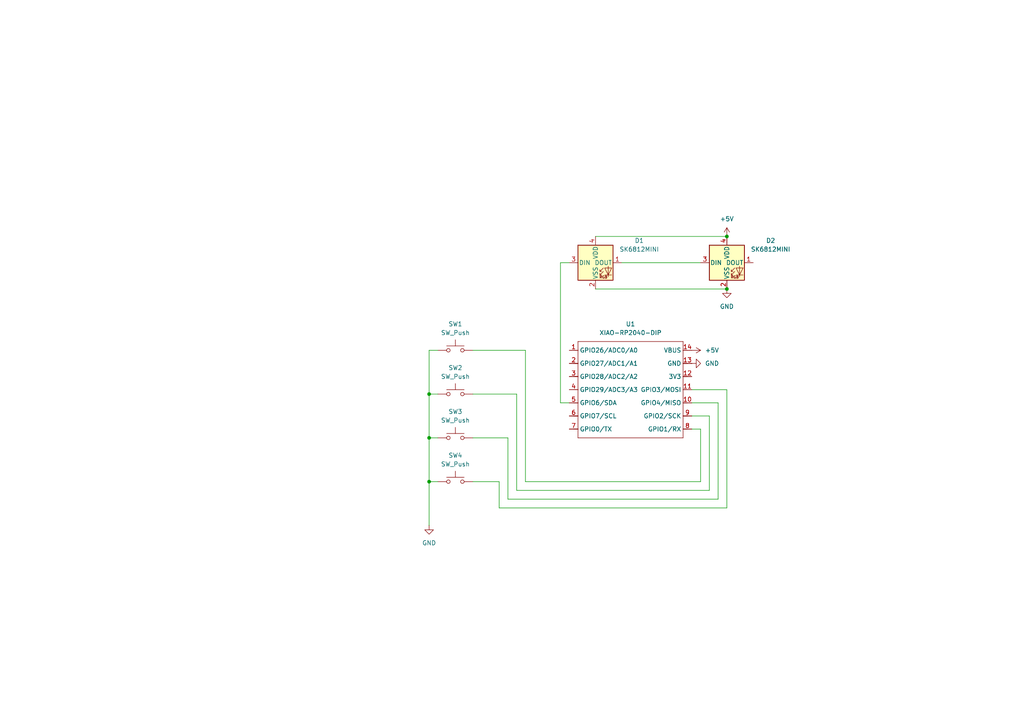
<source format=kicad_sch>
(kicad_sch (version 20250114) (generator "eeschema") (generator_version "9.0")
  (paper "A4")
  (title_block (title "Hackpad Schematic") (date "2025-12-07") (rev "A") (company "Ángel Leonardo López Sarao") (comment 1 "Microcontroller XIAO-RP2040-DIP") (comment 2 "Keyboard switch SW_Push") (comment 3 "Neopixels SK6812 MINI LED "))
  (lib_symbols
    (symbol "LED:SK6812MINI" (pin_names (offset 0.254))
      (property "Reference" "D" (at 5.08 5.715 0))
      (property "Value" "SK6812MINI" (at 1.27 -5.715 0))
      (symbol "SK6812MINI_0_0"
        (text "RGB" (at 2.286 -4.191 0) (effects (font (size 0.762 0.762))))
      )
      (symbol "SK6812MINI_0_1"
        (polyline (pts (xy 1.27 -2.54) (xy 1.778 -2.54)))
        (polyline (pts (xy 1.27 -3.556) (xy 1.778 -3.556)))
        (polyline (pts (xy 2.286 -1.524) (xy 1.27 -2.54) (xy 1.27 -2.032)))
        (polyline (pts (xy 2.286 -2.54) (xy 1.27 -3.556) (xy 1.27 -3.048)))
        (polyline (pts (xy 3.683 -1.016) (xy 3.683 -3.556) (xy 3.683 -4.064)))
        (polyline (pts (xy 4.699 -1.524) (xy 2.667 -1.524) (xy 3.683 -3.556) (xy 4.699 -1.524)))
        (polyline (pts (xy 4.699 -3.556) (xy 2.667 -3.556)))
        (rectangle (start 5.08 5.08) (end -5.08 -5.08) (stroke (width 0.254)) (fill (type background)))
      )
      (symbol "SK6812MINI_1_1"
        (pin input line (at -7.62 0 0) (length 2.54) (name "DIN") (number "3"))
        (pin power_in line (at 0 7.62 270) (length 2.54) (name "VDD") (number "4"))
        (pin power_in line (at 0 -7.62 90) (length 2.54) (name "VSS") (number "2"))
        (pin output line (at 7.62 0 180) (length 2.54) (name "DOUT") (number "1"))
      )
    )
    (symbol "OPL:XIAO-RP2040-DIP"
      (property "Reference" "U" (at 0 0 0))
      (property "Value" "XIAO-RP2040-DIP" (at 5.334 -1.778 0))
      (symbol "XIAO-RP2040-DIP_1_0"
        (polyline (pts (xy -1.27 -2.54) (xy 29.21 -2.54)) (stroke (width 0.1524)))
        (polyline (pts (xy -1.27 -5.08) (xy -2.54 -5.08)) (stroke (width 0.1524)))
        (polyline (pts (xy -1.27 -5.08) (xy -1.27 -2.54)) (stroke (width 0.1524)))
        (polyline (pts (xy -1.27 -8.89) (xy -2.54 -8.89)) (stroke (width 0.1524)))
        (polyline (pts (xy -1.27 -8.89) (xy -1.27 -5.08)) (stroke (width 0.1524)))
        (polyline (pts (xy -1.27 -12.7) (xy -2.54 -12.7)) (stroke (width 0.1524)))
        (polyline (pts (xy -1.27 -12.7) (xy -1.27 -8.89)) (stroke (width 0.1524)))
        (polyline (pts (xy -1.27 -16.51) (xy -2.54 -16.51)) (stroke (width 0.1524)))
        (polyline (pts (xy -1.27 -16.51) (xy -1.27 -12.7)) (stroke (width 0.1524)))
        (polyline (pts (xy -1.27 -20.32) (xy -2.54 -20.32)) (stroke (width 0.1524)))
        (polyline (pts (xy -1.27 -24.13) (xy -2.54 -24.13)) (stroke (width 0.1524)))
        (polyline (pts (xy -1.27 -27.94) (xy -2.54 -27.94)) (stroke (width 0.1524)))
        (polyline (pts (xy -1.27 -30.48) (xy -1.27 -16.51)) (stroke (width 0.1524)))
        (polyline (pts (xy 29.21 -2.54) (xy 29.21 -5.08)) (stroke (width 0.1524)))
        (polyline (pts (xy 29.21 -5.08) (xy 29.21 -8.89)) (stroke (width 0.1524)))
        (polyline (pts (xy 29.21 -8.89) (xy 29.21 -12.7)) (stroke (width 0.1524)))
        (polyline (pts (xy 29.21 -12.7) (xy 29.21 -30.48)) (stroke (width 0.1524)))
        (polyline (pts (xy 29.21 -30.48) (xy -1.27 -30.48)) (stroke (width 0.1524)))
        (polyline (pts (xy 30.48 -5.08) (xy 29.21 -5.08)) (stroke (width 0.1524)))
        (polyline (pts (xy 30.48 -8.89) (xy 29.21 -8.89)) (stroke (width 0.1524)))
        (polyline (pts (xy 30.48 -12.7) (xy 29.21 -12.7)) (stroke (width 0.1524)))
        (polyline (pts (xy 30.48 -16.51) (xy 29.21 -16.51)) (stroke (width 0.1524)))
        (polyline (pts (xy 30.48 -20.32) (xy 29.21 -20.32)) (stroke (width 0.1524)))
        (polyline (pts (xy 30.48 -24.13) (xy 29.21 -24.13)) (stroke (width 0.1524)))
        (polyline (pts (xy 30.48 -27.94) (xy 29.21 -27.94)) (stroke (width 0.1524)))
        (pin passive line (at -3.81 -5.08 0) (length 2.54) (name "GPIO26/ADC0/A0") (number "1"))
        (pin passive line (at -3.81 -8.89 0) (length 2.54) (name "GPIO27/ADC1/A1") (number "2"))
        (pin passive line (at -3.81 -12.7 0) (length 2.54) (name "GPIO28/ADC2/A2") (number "3"))
        (pin passive line (at -3.81 -16.51 0) (length 2.54) (name "GPIO29/ADC3/A3") (number "4"))
        (pin passive line (at -3.81 -20.32 0) (length 2.54) (name "GPIO6/SDA") (number "5"))
        (pin passive line (at -3.81 -24.13 0) (length 2.54) (name "GPIO7/SCL") (number "6"))
        (pin passive line (at -3.81 -27.94 0) (length 2.54) (name "GPIO0/TX") (number "7"))
        (pin passive line (at 31.75 -5.08 180) (length 2.54) (name "VBUS") (number "14"))
        (pin passive line (at 31.75 -8.89 180) (length 2.54) (name "GND") (number "13"))
        (pin passive line (at 31.75 -12.7 180) (length 2.54) (name "3V3") (number "12"))
        (pin passive line (at 31.75 -16.51 180) (length 2.54) (name "GPIO3/MOSI") (number "11"))
        (pin passive line (at 31.75 -20.32 180) (length 2.54) (name "GPIO4/MISO") (number "10"))
        (pin passive line (at 31.75 -24.13 180) (length 2.54) (name "GPIO2/SCK") (number "9"))
        (pin passive line (at 31.75 -27.94 180) (length 2.54) (name "GPIO1/RX") (number "8"))
      )
    )
    (symbol "Switch:SW_Push" (pin_numbers (hide yes)) (pin_names (offset 1.016) (hide yes))
      (property "Reference" "SW" (at 1.27 2.54 0))
      (property "Value" "SW_Push" (at 0 -1.524 0))
      (symbol "SW_Push_0_1"
        (circle (center -2.032 0) (radius 0.508))
        (polyline (pts (xy 0 1.27) (xy 0 3.048)))
        (circle (center 2.032 0) (radius 0.508))
        (polyline (pts (xy 2.54 1.27) (xy -2.54 1.27)))
        (pin passive line (at -5.08 0 0) (length 2.54) (name "1") (number "1"))
        (pin passive line (at 5.08 0 180) (length 2.54) (name "2") (number "2"))
      )
    )
    (symbol "power:+5V" (power) (pin_numbers (hide yes)) (pin_names (offset 0) (hide yes))
      (property "Value" "+5V" (at 0 3.556 0))
      (symbol "+5V_0_1"
        (polyline (pts (xy -0.762 1.27) (xy 0 2.54)))
        (polyline (pts (xy 0 2.54) (xy 0.762 1.27)))
        (polyline (pts (xy 0 0) (xy 0 2.54)))
      )
      (symbol "+5V_1_1"
        (pin power_in line (at 0 0 90) (length 0) (name "~") (number "1"))
      )
    )
    (symbol "power:GND" (power) (pin_numbers (hide yes)) (pin_names (offset 0) (hide yes))
      (property "Value" "GND" (at 0 -3.81 0))
      (symbol "GND_0_1"
        (polyline (pts (xy 0 0) (xy 0 -1.27) (xy 1.27 -1.27) (xy 0 -2.54) (xy -1.27 -1.27) (xy 0 -1.27)))
      )
      (symbol "GND_1_1"
        (pin power_in line (at 0 0 270) (length 0) (name "~") (number "1"))
      )
    )
  )
  (junction (at 124.46 127))
  (junction (at 210.82 68.58))
  (junction (at 210.82 83.82))
  (junction (at 124.46 139.7))
  (junction (at 124.46 114.3))
  (wire (pts (xy 149.86 142.24) (xy 205.74 142.24)))
  (wire (pts (xy 172.72 83.82) (xy 210.82 83.82)))
  (wire (pts (xy 137.16 101.6) (xy 152.4 101.6)))
  (wire (pts (xy 149.86 114.3) (xy 149.86 142.24)))
  (wire (pts (xy 147.32 127) (xy 137.16 127)))
  (wire (pts (xy 124.46 127) (xy 124.46 114.3)))
  (wire (pts (xy 210.82 113.03) (xy 200.66 113.03)))
  (wire (pts (xy 137.16 139.7) (xy 144.78 139.7)))
  (wire (pts (xy 205.74 142.24) (xy 205.74 120.65)))
  (wire (pts (xy 162.56 116.84) (xy 162.56 76.2)))
  (wire (pts (xy 144.78 139.7) (xy 144.78 147.32)))
  (wire (pts (xy 124.46 101.6) (xy 127 101.6)))
  (wire (pts (xy 180.34 76.2) (xy 203.2 76.2)))
  (wire (pts (xy 205.74 120.65) (xy 200.66 120.65)))
  (wire (pts (xy 124.46 152.4) (xy 124.46 139.7)))
  (wire (pts (xy 208.28 116.84) (xy 208.28 144.78)))
  (wire (pts (xy 124.46 127) (xy 127 127)))
  (wire (pts (xy 203.2 124.46) (xy 200.66 124.46)))
  (wire (pts (xy 162.56 76.2) (xy 165.1 76.2)))
  (wire (pts (xy 152.4 139.7) (xy 203.2 139.7)))
  (wire (pts (xy 203.2 139.7) (xy 203.2 124.46)))
  (wire (pts (xy 147.32 144.78) (xy 147.32 127)))
  (wire (pts (xy 124.46 114.3) (xy 124.46 101.6)))
  (wire (pts (xy 210.82 147.32) (xy 210.82 113.03)))
  (wire (pts (xy 152.4 101.6) (xy 152.4 139.7)))
  (wire (pts (xy 208.28 144.78) (xy 147.32 144.78)))
  (wire (pts (xy 200.66 116.84) (xy 208.28 116.84)))
  (wire (pts (xy 124.46 139.7) (xy 127 139.7)))
  (wire (pts (xy 144.78 147.32) (xy 210.82 147.32)))
  (wire (pts (xy 165.1 116.84) (xy 162.56 116.84)))
  (wire (pts (xy 172.72 68.58) (xy 210.82 68.58)))
  (wire (pts (xy 137.16 114.3) (xy 149.86 114.3)))
  (wire (pts (xy 124.46 139.7) (xy 124.46 127)))
  (wire (pts (xy 124.46 114.3) (xy 127 114.3)))
  (symbol (lib_id "power:GND") (at 210.82 83.82 0) (unit 1)
    (property "Reference" "#PWR02" (effects (hide yes)))
    (property "Value" "GND" (at 210.82 88.9 0))
    (property "Description" "Power symbol creates a global label with name \"GND\" , ground" (effects (hide yes)))
  )
  (symbol (lib_id "Switch:SW_Push") (at 132.08 114.3 0) (unit 1)
    (property "Reference" "SW2" (at 132.08 106.68 0))
    (property "Value" "SW_Push" (at 132.08 109.22 0))
    (property "Footprint" "Button_Switch_Keyboard:SW_Cherry_MX_1.00u_PCB" (effects (hide yes)))
    (property "Description" "Push button switch, generic, two pins" (effects (hide yes)))
  )
  (symbol (lib_id "LED:SK6812MINI") (at 172.72 76.2 0) (unit 1)
    (property "Reference" "D1" (at 185.42 69.7798 0))
    (property "Value" "SK6812MINI" (at 185.42 72.3198 0))
    (property "Footprint" "LED_SMD:LED_SK6812MINI_PLCC4_3.5x3.5mm_P1.75mm" (effects (hide yes)))
    (property "Datasheet" "https://cdn-shop.adafruit.com/product-files/2686/SK6812MINI_REV.01-1-2.pdf" (effects (hide yes)))
    (property "Description" "RGB LED with integrated controller" (effects (hide yes)))
  )
  (symbol (lib_id "Switch:SW_Push") (at 132.08 127 0) (unit 1)
    (property "Reference" "SW3" (at 132.08 119.38 0))
    (property "Value" "SW_Push" (at 132.08 121.92 0))
    (property "Footprint" "Button_Switch_Keyboard:SW_Cherry_MX_1.00u_PCB" (effects (hide yes)))
    (property "Description" "Push button switch, generic, two pins" (effects (hide yes)))
  )
  (symbol (lib_id "power:+5V") (at 200.66 101.6 270) (unit 1)
    (property "Reference" "#PWR04" (effects (hide yes)))
    (property "Value" "+5V" (at 204.47 101.5999 90) (effects (justify left)))
    (property "Description" "Power symbol creates a global label with name \"+5V\"" (effects (hide yes)))
  )
  (symbol (lib_id "Switch:SW_Push") (at 132.08 139.7 0) (unit 1)
    (property "Reference" "SW4" (at 132.08 132.08 0))
    (property "Value" "SW_Push" (at 132.08 134.62 0))
    (property "Footprint" "Button_Switch_Keyboard:SW_Cherry_MX_1.00u_PCB" (effects (hide yes)))
    (property "Description" "Push button switch, generic, two pins" (effects (hide yes)))
  )
  (symbol (lib_id "power:GND") (at 200.66 105.41 90) (unit 1)
    (property "Reference" "#PWR05" (effects (hide yes)))
    (property "Value" "GND" (at 204.47 105.4099 90) (effects (justify right)))
    (property "Description" "Power symbol creates a global label with name \"GND\" , ground" (effects (hide yes)))
  )
  (symbol (lib_id "power:+5V") (at 210.82 68.58 0) (unit 1)
    (property "Reference" "#PWR03" (effects (hide yes)))
    (property "Value" "+5V" (at 210.82 63.5 0))
    (property "Description" "Power symbol creates a global label with name \"+5V\"" (effects (hide yes)))
  )
  (symbol (lib_id "OPL:XIAO-RP2040-DIP") (at 168.91 96.52 0) (unit 1)
    (property "Reference" "U1" (at 182.88 93.98 0))
    (property "Value" "XIAO-RP2040-DIP" (at 182.88 96.52 0))
    (property "Footprint" "OPL:XIAO-RP2040-DIP" (effects (hide yes)))
  )
  (symbol (lib_id "power:GND") (at 124.46 152.4 0) (unit 1)
    (property "Reference" "#PWR01" (effects (hide yes)))
    (property "Value" "GND" (at 124.46 157.48 0))
    (property "Description" "Power symbol creates a global label with name \"GND\" , ground" (effects (hide yes)))
  )
  (symbol (lib_id "Switch:SW_Push") (at 132.08 101.6 0) (unit 1)
    (property "Reference" "SW1" (at 132.08 93.98 0))
    (property "Value" "SW_Push" (at 132.08 96.52 0))
    (property "Footprint" "Button_Switch_Keyboard:SW_Cherry_MX_1.00u_PCB" (effects (hide yes)))
    (property "Description" "Push button switch, generic, two pins" (effects (hide yes)))
  )
  (symbol (lib_id "LED:SK6812MINI") (at 210.82 76.2 0) (unit 1)
    (property "Reference" "D2" (at 223.52 69.7798 0))
    (property "Value" "SK6812MINI" (at 223.52 72.3198 0))
    (property "Footprint" "LED_SMD:LED_SK6812MINI_PLCC4_3.5x3.5mm_P1.75mm" (effects (hide yes)))
    (property "Datasheet" "https://cdn-shop.adafruit.com/product-files/2686/SK6812MINI_REV.01-1-2.pdf" (effects (hide yes)))
    (property "Description" "RGB LED with integrated controller" (effects (hide yes)))
  )
)
</source>
